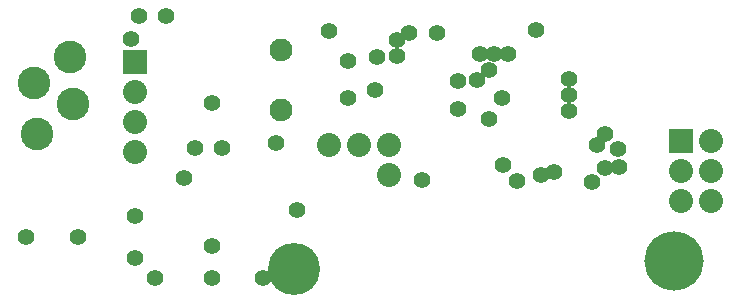
<source format=gbs>
G04 (created by PCBNEW-RS274X (2011-11-27 BZR 3249)-stable) date 26/12/2011 7:02:06 p.m.*
G01*
G70*
G90*
%MOIN*%
G04 Gerber Fmt 3.4, Leading zero omitted, Abs format*
%FSLAX34Y34*%
G04 APERTURE LIST*
%ADD10C,0.006000*%
%ADD11C,0.197500*%
%ADD12C,0.173900*%
%ADD13C,0.108600*%
%ADD14C,0.076000*%
%ADD15C,0.080000*%
%ADD16R,0.080000X0.080000*%
%ADD17C,0.055400*%
%ADD18C,0.055000*%
G04 APERTURE END LIST*
G54D10*
G54D11*
X23478Y-08982D03*
G54D12*
X10828Y-09232D03*
G54D13*
X02166Y-03053D03*
G54D14*
X10398Y-03932D03*
X10398Y-01932D03*
G54D15*
X11978Y-05092D03*
X12978Y-05092D03*
X13978Y-06092D03*
X13978Y-05092D03*
G54D16*
X05538Y-02352D03*
G54D15*
X05538Y-03352D03*
X05538Y-04352D03*
X05538Y-05352D03*
G54D17*
X03622Y-08169D03*
X01890Y-08169D03*
G54D13*
X02264Y-04726D03*
X03445Y-03742D03*
X03347Y-02167D03*
G54D16*
X23728Y-04982D03*
G54D15*
X24728Y-04982D03*
X23728Y-05982D03*
X24728Y-05982D03*
X23728Y-06982D03*
X24728Y-06982D03*
G54D18*
X16308Y-03902D03*
X16308Y-02972D03*
X11978Y-01302D03*
X19976Y-02898D03*
X18878Y-01282D03*
X19978Y-03962D03*
X17958Y-02082D03*
X17318Y-02592D03*
X17328Y-04232D03*
X21638Y-05232D03*
X19048Y-06112D03*
X17788Y-05772D03*
X21668Y-05842D03*
X13588Y-02172D03*
X17018Y-02082D03*
X14268Y-01612D03*
X21178Y-04732D03*
X20758Y-06342D03*
X06558Y-00792D03*
X09788Y-09532D03*
X05528Y-08862D03*
X15078Y-06282D03*
X08088Y-09552D03*
X19488Y-06002D03*
X05518Y-07472D03*
X08088Y-03712D03*
X17758Y-03542D03*
X14248Y-02132D03*
X18258Y-06292D03*
X13528Y-03262D03*
X05658Y-00812D03*
X19978Y-03452D03*
X16928Y-02952D03*
X06178Y-09542D03*
X15598Y-01362D03*
X08088Y-08462D03*
X05408Y-01582D03*
X10937Y-07264D03*
X14658Y-01362D03*
X08425Y-05221D03*
X17488Y-02062D03*
X10236Y-05032D03*
X12638Y-02323D03*
X12638Y-03543D03*
X21188Y-05862D03*
X20928Y-05092D03*
X07528Y-05212D03*
X07168Y-06202D03*
M02*

</source>
